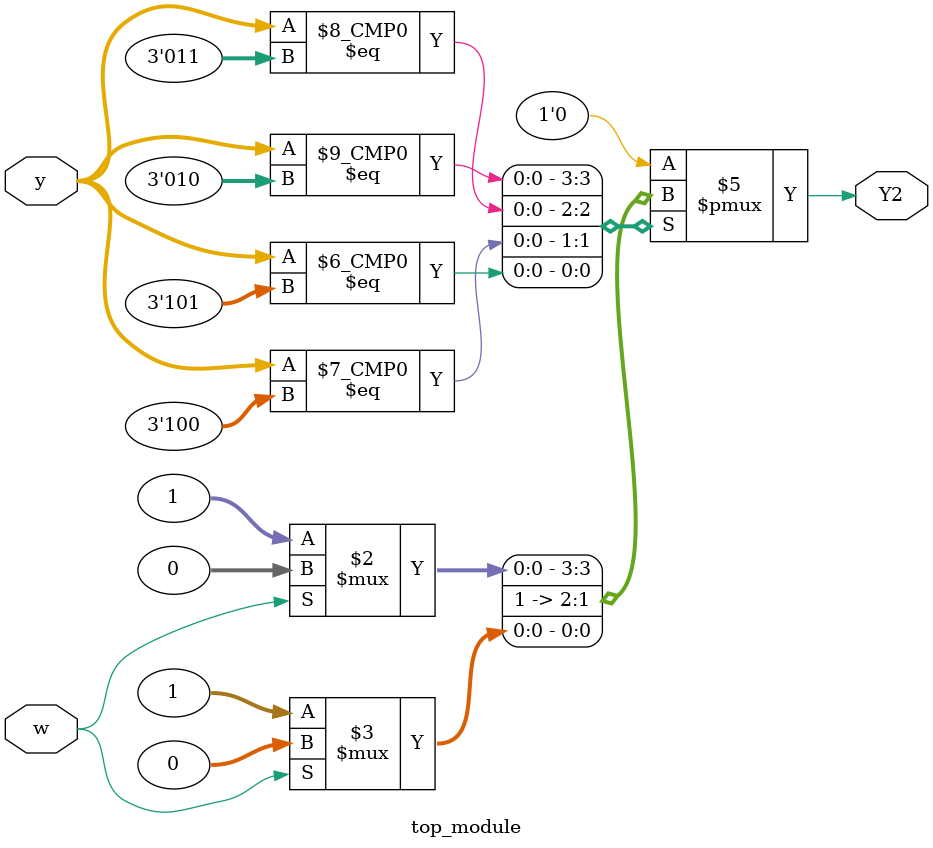
<source format=sv>
module top_module(
    input [3:1] y,
    input w,
    output reg Y2);

    always @(*) begin
        case (y)
            3'b000: Y2 = 0; // A
            3'b001: Y2 = 0; // B
            3'b010: Y2 = (w) ? 0 : 1; // C
            3'b011: Y2 = 1; // D
            3'b100: Y2 = 1; // E
            3'b101: Y2 = (w) ? 0 : 1; // F
            default: Y2 = 0;
        endcase
    end

endmodule

</source>
